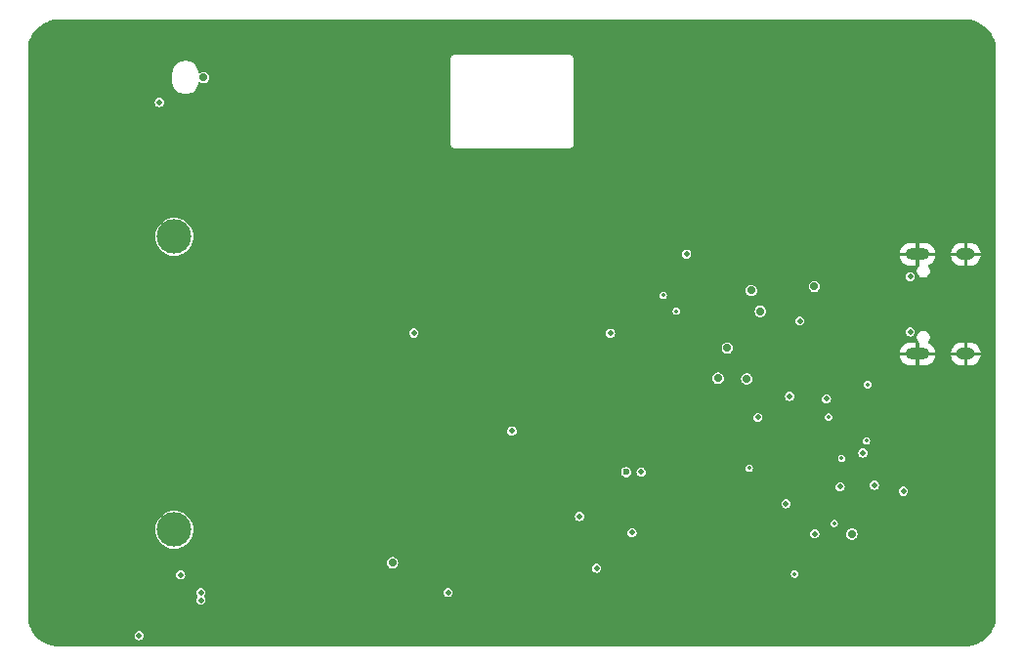
<source format=gbr>
%TF.GenerationSoftware,KiCad,Pcbnew,8.0.9*%
%TF.CreationDate,2025-05-16T14:56:25+01:00*%
%TF.ProjectId,bizcamera,62697a63-616d-4657-9261-2e6b69636164,rev?*%
%TF.SameCoordinates,Original*%
%TF.FileFunction,Copper,L2,Inr*%
%TF.FilePolarity,Positive*%
%FSLAX46Y46*%
G04 Gerber Fmt 4.6, Leading zero omitted, Abs format (unit mm)*
G04 Created by KiCad (PCBNEW 8.0.9) date 2025-05-16 14:56:25*
%MOMM*%
%LPD*%
G01*
G04 APERTURE LIST*
%TA.AperFunction,ComponentPad*%
%ADD10C,0.600000*%
%TD*%
%TA.AperFunction,ComponentPad*%
%ADD11C,3.000000*%
%TD*%
%TA.AperFunction,HeatsinkPad*%
%ADD12O,2.100000X1.000000*%
%TD*%
%TA.AperFunction,HeatsinkPad*%
%ADD13O,1.600000X1.000000*%
%TD*%
%TA.AperFunction,ViaPad*%
%ADD14C,0.500000*%
%TD*%
%TA.AperFunction,ViaPad*%
%ADD15C,0.350000*%
%TD*%
%TA.AperFunction,ViaPad*%
%ADD16C,1.000000*%
%TD*%
%TA.AperFunction,ViaPad*%
%ADD17C,0.600000*%
%TD*%
%TA.AperFunction,ViaPad*%
%ADD18C,0.700000*%
%TD*%
G04 APERTURE END LIST*
D10*
%TO.N,-BATT*%
%TO.C,U1*%
X178285000Y-104742500D03*
X179660000Y-103367500D03*
X179660000Y-106117500D03*
X181035000Y-104742500D03*
%TD*%
D11*
%TO.N,+BATT*%
%TO.C,BT1*%
X124495000Y-84150000D03*
X124495000Y-109550000D03*
%TD*%
D12*
%TO.N,-BATT*%
%TO.C,J3*%
X188895000Y-94320000D03*
D13*
X193075000Y-94320000D03*
D12*
X188895000Y-85680000D03*
D13*
X193075000Y-85680000D03*
%TD*%
D14*
%TO.N,+3V3*%
X126800000Y-115670000D03*
X126790000Y-115020000D03*
X125030000Y-113470000D03*
X121450000Y-118740000D03*
D15*
X184580000Y-96970000D03*
D14*
X153750000Y-101000000D03*
X162280000Y-92510000D03*
X148210000Y-115000000D03*
X177805000Y-97995000D03*
X145250000Y-92500000D03*
D15*
X181187500Y-99792500D03*
D14*
X161080000Y-112900000D03*
X178690000Y-91450000D03*
%TO.N,-BATT*%
X117630000Y-115655000D03*
X186810000Y-91590000D03*
X156110000Y-114230000D03*
X133550000Y-69250000D03*
D15*
X171480000Y-94620000D03*
D16*
X124495000Y-96850000D03*
D17*
X173140600Y-104348934D03*
D14*
X168825000Y-94405000D03*
X135100000Y-67030000D03*
X163100000Y-116090000D03*
X148190000Y-113700000D03*
D17*
X172300000Y-107000000D03*
D14*
X157320000Y-116040000D03*
D15*
X190120000Y-90670000D03*
D14*
X119140000Y-115655000D03*
D17*
X153400000Y-113740000D03*
D14*
X130420000Y-78110000D03*
D17*
X163640000Y-106260000D03*
D15*
X170120000Y-91260000D03*
D14*
X153770000Y-100120000D03*
X138840000Y-115180000D03*
X169013750Y-99066250D03*
D17*
X142660000Y-112160000D03*
D15*
X182147500Y-98842500D03*
X182630000Y-99440000D03*
D14*
X170480000Y-89810000D03*
D18*
X180026250Y-93103750D03*
D14*
%TO.N,+1V8*%
X175060000Y-99820000D03*
X187670000Y-106220000D03*
D18*
X174089502Y-96480000D03*
D15*
X184455000Y-101855000D03*
D14*
X159600000Y-108400000D03*
D18*
X179955993Y-88459579D03*
X143400000Y-112420000D03*
D14*
X164940000Y-104560000D03*
D18*
X183190000Y-109932500D03*
D15*
X182325000Y-103375000D03*
D14*
X177500000Y-107300000D03*
D18*
X175280000Y-90620000D03*
D14*
%TO.N,Net-(U3-~{CS})*%
X168880000Y-85660000D03*
D18*
X171611164Y-96416082D03*
%TO.N,/QSPI_SD0*%
X172415122Y-93794878D03*
X174500000Y-88820000D03*
D15*
%TO.N,Net-(U4-~{CE})*%
X168000000Y-90600000D03*
X166860000Y-89240000D03*
%TO.N,+1V1*%
X174300000Y-104220000D03*
D14*
X180997500Y-98217500D03*
X184170000Y-102900000D03*
X179987498Y-109912500D03*
%TO.N,/XOUT*%
X164160000Y-109810000D03*
D15*
X178247502Y-113392500D03*
D14*
%TO.N,Net-(U1-GPIO25)*%
X185140000Y-105690000D03*
X123200000Y-72500000D03*
%TO.N,+5V*%
X188255000Y-92400000D03*
X188255000Y-87600000D03*
D18*
%TO.N,Net-(D1-A)*%
X127010000Y-70350000D03*
D14*
X182192850Y-105835890D03*
D15*
%TO.N,/XTAL_EN*%
X181660000Y-109020000D03*
D17*
X163640000Y-104560000D03*
%TD*%
%TA.AperFunction,Conductor*%
%TO.N,-BATT*%
G36*
X193001797Y-65300601D02*
G01*
X193100749Y-65306158D01*
X193298656Y-65317272D01*
X193305783Y-65318074D01*
X193597157Y-65367581D01*
X193604138Y-65369174D01*
X193888144Y-65450995D01*
X193894908Y-65453362D01*
X194052657Y-65518704D01*
X194167949Y-65566460D01*
X194174415Y-65569574D01*
X194254348Y-65613750D01*
X194433080Y-65712532D01*
X194439142Y-65716340D01*
X194680181Y-65887367D01*
X194685792Y-65891842D01*
X194906154Y-66088770D01*
X194911229Y-66093845D01*
X195108157Y-66314207D01*
X195112632Y-66319818D01*
X195283654Y-66560850D01*
X195287472Y-66566927D01*
X195430425Y-66825584D01*
X195433539Y-66832050D01*
X195546635Y-67105086D01*
X195549006Y-67111860D01*
X195630823Y-67395852D01*
X195632420Y-67402850D01*
X195681924Y-67694213D01*
X195682727Y-67701344D01*
X195699399Y-67998201D01*
X195699500Y-68001790D01*
X195699500Y-116998209D01*
X195699399Y-117001798D01*
X195682727Y-117298655D01*
X195681924Y-117305786D01*
X195632420Y-117597149D01*
X195630823Y-117604147D01*
X195549006Y-117888139D01*
X195546635Y-117894913D01*
X195433539Y-118167949D01*
X195430425Y-118174415D01*
X195287472Y-118433072D01*
X195283654Y-118439149D01*
X195112632Y-118680181D01*
X195108157Y-118685792D01*
X194911229Y-118906154D01*
X194906154Y-118911229D01*
X194685792Y-119108157D01*
X194680181Y-119112632D01*
X194439149Y-119283654D01*
X194433072Y-119287472D01*
X194174415Y-119430425D01*
X194167949Y-119433539D01*
X193894913Y-119546635D01*
X193888139Y-119549006D01*
X193604147Y-119630823D01*
X193597149Y-119632420D01*
X193305786Y-119681924D01*
X193298655Y-119682727D01*
X193001798Y-119699399D01*
X192998209Y-119699500D01*
X114501791Y-119699500D01*
X114498202Y-119699399D01*
X114201344Y-119682727D01*
X114194213Y-119681924D01*
X113902850Y-119632420D01*
X113895852Y-119630823D01*
X113611860Y-119549006D01*
X113605086Y-119546635D01*
X113332050Y-119433539D01*
X113325584Y-119430425D01*
X113066927Y-119287472D01*
X113060850Y-119283654D01*
X112819818Y-119112632D01*
X112814207Y-119108157D01*
X112593845Y-118911229D01*
X112588770Y-118906154D01*
X112440284Y-118739999D01*
X121044508Y-118739999D01*
X121044508Y-118740000D01*
X121064353Y-118865302D01*
X121064356Y-118865309D01*
X121085168Y-118906154D01*
X121121950Y-118978342D01*
X121211658Y-119068050D01*
X121211660Y-119068051D01*
X121211661Y-119068052D01*
X121324690Y-119125643D01*
X121324696Y-119125646D01*
X121450000Y-119145492D01*
X121575304Y-119125646D01*
X121688338Y-119068052D01*
X121688339Y-119068052D01*
X121688339Y-119068051D01*
X121688342Y-119068050D01*
X121778050Y-118978342D01*
X121835646Y-118865304D01*
X121855492Y-118740000D01*
X121835646Y-118614696D01*
X121778050Y-118501658D01*
X121688342Y-118411950D01*
X121688339Y-118411948D01*
X121688337Y-118411947D01*
X121575309Y-118354356D01*
X121575302Y-118354353D01*
X121450000Y-118334508D01*
X121324697Y-118354353D01*
X121324690Y-118354356D01*
X121211662Y-118411947D01*
X121211660Y-118411948D01*
X121211658Y-118411950D01*
X121121950Y-118501658D01*
X121121948Y-118501660D01*
X121121947Y-118501662D01*
X121064356Y-118614690D01*
X121064353Y-118614697D01*
X121044508Y-118739999D01*
X112440284Y-118739999D01*
X112391842Y-118685792D01*
X112387367Y-118680181D01*
X112216340Y-118439142D01*
X112212532Y-118433080D01*
X112069574Y-118174415D01*
X112066460Y-118167949D01*
X111953364Y-117894913D01*
X111950993Y-117888139D01*
X111869174Y-117604138D01*
X111867581Y-117597157D01*
X111818074Y-117305783D01*
X111817272Y-117298654D01*
X111800601Y-117001797D01*
X111800500Y-116998209D01*
X111800500Y-115019999D01*
X126384508Y-115019999D01*
X126384508Y-115020000D01*
X126404353Y-115145302D01*
X126404356Y-115145309D01*
X126451759Y-115238342D01*
X126461950Y-115258342D01*
X126508353Y-115304745D01*
X126527098Y-115349999D01*
X126508353Y-115395253D01*
X126471952Y-115431654D01*
X126471947Y-115431660D01*
X126414356Y-115544690D01*
X126414353Y-115544697D01*
X126394508Y-115669999D01*
X126394508Y-115670000D01*
X126414353Y-115795302D01*
X126414356Y-115795309D01*
X126471947Y-115908337D01*
X126471950Y-115908342D01*
X126561658Y-115998050D01*
X126561660Y-115998051D01*
X126561661Y-115998052D01*
X126674690Y-116055643D01*
X126674696Y-116055646D01*
X126800000Y-116075492D01*
X126925304Y-116055646D01*
X127038338Y-115998052D01*
X127038339Y-115998052D01*
X127038339Y-115998051D01*
X127038342Y-115998050D01*
X127128050Y-115908342D01*
X127185646Y-115795304D01*
X127205492Y-115670000D01*
X127185646Y-115544696D01*
X127128050Y-115431658D01*
X127128046Y-115431654D01*
X127081646Y-115385253D01*
X127062901Y-115339998D01*
X127081646Y-115294744D01*
X127118050Y-115258342D01*
X127175646Y-115145304D01*
X127195492Y-115020000D01*
X127192324Y-114999999D01*
X147804508Y-114999999D01*
X147804508Y-115000000D01*
X147824353Y-115125302D01*
X147824356Y-115125309D01*
X147834547Y-115145309D01*
X147881950Y-115238342D01*
X147971658Y-115328050D01*
X147971660Y-115328051D01*
X147971661Y-115328052D01*
X148014735Y-115349999D01*
X148084696Y-115385646D01*
X148210000Y-115405492D01*
X148335304Y-115385646D01*
X148448338Y-115328052D01*
X148448339Y-115328052D01*
X148448339Y-115328051D01*
X148448342Y-115328050D01*
X148538050Y-115238342D01*
X148595646Y-115125304D01*
X148615492Y-115000000D01*
X148595646Y-114874696D01*
X148538050Y-114761658D01*
X148448342Y-114671950D01*
X148448339Y-114671948D01*
X148448337Y-114671947D01*
X148335309Y-114614356D01*
X148335302Y-114614353D01*
X148210000Y-114594508D01*
X148084697Y-114614353D01*
X148084690Y-114614356D01*
X147971662Y-114671947D01*
X147971660Y-114671948D01*
X147971658Y-114671950D01*
X147881950Y-114761658D01*
X147881948Y-114761660D01*
X147881947Y-114761662D01*
X147824356Y-114874690D01*
X147824353Y-114874697D01*
X147804508Y-114999999D01*
X127192324Y-114999999D01*
X127175646Y-114894696D01*
X127118050Y-114781658D01*
X127028342Y-114691950D01*
X127028339Y-114691948D01*
X127028337Y-114691947D01*
X126915309Y-114634356D01*
X126915302Y-114634353D01*
X126790000Y-114614508D01*
X126664697Y-114634353D01*
X126664690Y-114634356D01*
X126551662Y-114691947D01*
X126551660Y-114691948D01*
X126551658Y-114691950D01*
X126461950Y-114781658D01*
X126461948Y-114781660D01*
X126461947Y-114781662D01*
X126404356Y-114894690D01*
X126404353Y-114894697D01*
X126384508Y-115019999D01*
X111800500Y-115019999D01*
X111800500Y-113469999D01*
X124624508Y-113469999D01*
X124624508Y-113470000D01*
X124644353Y-113595302D01*
X124644356Y-113595309D01*
X124701947Y-113708337D01*
X124701950Y-113708342D01*
X124791658Y-113798050D01*
X124791660Y-113798051D01*
X124791661Y-113798052D01*
X124904690Y-113855643D01*
X124904696Y-113855646D01*
X125030000Y-113875492D01*
X125155304Y-113855646D01*
X125268338Y-113798052D01*
X125268339Y-113798052D01*
X125268339Y-113798051D01*
X125268342Y-113798050D01*
X125358050Y-113708342D01*
X125415646Y-113595304D01*
X125435492Y-113470000D01*
X125423217Y-113392500D01*
X177916981Y-113392500D01*
X177936914Y-113505545D01*
X177994309Y-113604957D01*
X178082241Y-113678740D01*
X178190108Y-113718000D01*
X178304896Y-113718000D01*
X178412763Y-113678740D01*
X178500696Y-113604955D01*
X178558090Y-113505545D01*
X178578023Y-113392500D01*
X178558090Y-113279455D01*
X178500696Y-113180045D01*
X178500695Y-113180044D01*
X178500694Y-113180042D01*
X178412762Y-113106259D01*
X178304896Y-113067000D01*
X178190108Y-113067000D01*
X178082242Y-113106259D01*
X178082241Y-113106260D01*
X177994309Y-113180042D01*
X177936914Y-113279454D01*
X177916981Y-113392500D01*
X125423217Y-113392500D01*
X125415646Y-113344696D01*
X125358050Y-113231658D01*
X125268342Y-113141950D01*
X125268339Y-113141948D01*
X125268337Y-113141947D01*
X125155309Y-113084356D01*
X125155302Y-113084353D01*
X125030000Y-113064508D01*
X124904697Y-113084353D01*
X124904690Y-113084356D01*
X124791662Y-113141947D01*
X124791660Y-113141948D01*
X124791658Y-113141950D01*
X124701950Y-113231658D01*
X124701948Y-113231660D01*
X124701947Y-113231662D01*
X124644356Y-113344690D01*
X124644353Y-113344697D01*
X124624508Y-113469999D01*
X111800500Y-113469999D01*
X111800500Y-112420000D01*
X142904456Y-112420000D01*
X142924529Y-112559613D01*
X142983119Y-112687906D01*
X142983121Y-112687909D01*
X142983122Y-112687911D01*
X143075488Y-112794507D01*
X143194144Y-112870763D01*
X143329477Y-112910500D01*
X143329479Y-112910500D01*
X143470521Y-112910500D01*
X143470523Y-112910500D01*
X143506286Y-112899999D01*
X160674508Y-112899999D01*
X160674508Y-112900000D01*
X160694353Y-113025302D01*
X160694356Y-113025309D01*
X160735603Y-113106260D01*
X160751950Y-113138342D01*
X160841658Y-113228050D01*
X160841660Y-113228051D01*
X160841661Y-113228052D01*
X160954690Y-113285643D01*
X160954696Y-113285646D01*
X161080000Y-113305492D01*
X161205304Y-113285646D01*
X161318338Y-113228052D01*
X161318339Y-113228052D01*
X161318339Y-113228051D01*
X161318342Y-113228050D01*
X161408050Y-113138342D01*
X161465646Y-113025304D01*
X161485492Y-112900000D01*
X161465646Y-112774696D01*
X161408050Y-112661658D01*
X161318342Y-112571950D01*
X161318339Y-112571948D01*
X161318337Y-112571947D01*
X161205309Y-112514356D01*
X161205302Y-112514353D01*
X161080000Y-112494508D01*
X160954697Y-112514353D01*
X160954690Y-112514356D01*
X160841662Y-112571947D01*
X160841660Y-112571948D01*
X160841658Y-112571950D01*
X160751950Y-112661658D01*
X160751948Y-112661660D01*
X160751947Y-112661662D01*
X160694356Y-112774690D01*
X160694353Y-112774697D01*
X160674508Y-112899999D01*
X143506286Y-112899999D01*
X143605856Y-112870763D01*
X143724512Y-112794507D01*
X143816878Y-112687911D01*
X143875471Y-112559611D01*
X143895544Y-112420000D01*
X143875471Y-112280389D01*
X143816878Y-112152089D01*
X143724512Y-112045493D01*
X143688027Y-112022045D01*
X143605857Y-111969237D01*
X143560745Y-111955991D01*
X143470523Y-111929500D01*
X143329477Y-111929500D01*
X143261810Y-111949368D01*
X143194142Y-111969237D01*
X143075489Y-112045492D01*
X142983123Y-112152087D01*
X142983119Y-112152093D01*
X142924529Y-112280386D01*
X142904456Y-112420000D01*
X111800500Y-112420000D01*
X111800500Y-109550000D01*
X122849427Y-109550000D01*
X122869687Y-109807424D01*
X122869688Y-109807428D01*
X122929967Y-110058513D01*
X123028783Y-110297074D01*
X123028784Y-110297075D01*
X123163703Y-110517244D01*
X123331404Y-110713596D01*
X123527756Y-110881297D01*
X123747925Y-111016216D01*
X123747924Y-111016216D01*
X123986486Y-111115032D01*
X123986489Y-111115032D01*
X123986490Y-111115033D01*
X124237576Y-111175313D01*
X124495000Y-111195573D01*
X124752424Y-111175313D01*
X125003510Y-111115033D01*
X125003511Y-111115032D01*
X125003513Y-111115032D01*
X125091637Y-111078529D01*
X125242075Y-111016216D01*
X125462244Y-110881297D01*
X125658596Y-110713596D01*
X125826297Y-110517244D01*
X125961216Y-110297075D01*
X126027086Y-110138050D01*
X126060032Y-110058513D01*
X126062475Y-110048337D01*
X126119695Y-109809999D01*
X163754508Y-109809999D01*
X163754508Y-109810000D01*
X163774353Y-109935302D01*
X163774356Y-109935309D01*
X163826583Y-110037809D01*
X163831950Y-110048342D01*
X163921658Y-110138050D01*
X163921660Y-110138051D01*
X163921661Y-110138052D01*
X164034690Y-110195643D01*
X164034696Y-110195646D01*
X164160000Y-110215492D01*
X164285304Y-110195646D01*
X164398338Y-110138052D01*
X164398339Y-110138052D01*
X164398339Y-110138051D01*
X164398342Y-110138050D01*
X164488050Y-110048342D01*
X164545646Y-109935304D01*
X164549258Y-109912499D01*
X179582006Y-109912499D01*
X179582006Y-109912500D01*
X179601851Y-110037802D01*
X179601854Y-110037809D01*
X179619332Y-110072111D01*
X179659448Y-110150842D01*
X179749156Y-110240550D01*
X179749158Y-110240551D01*
X179749159Y-110240552D01*
X179860090Y-110297074D01*
X179862194Y-110298146D01*
X179987498Y-110317992D01*
X180112802Y-110298146D01*
X180225836Y-110240552D01*
X180225837Y-110240552D01*
X180225837Y-110240551D01*
X180225840Y-110240550D01*
X180315548Y-110150842D01*
X180373144Y-110037804D01*
X180389822Y-109932500D01*
X182694456Y-109932500D01*
X182714529Y-110072113D01*
X182773119Y-110200406D01*
X182773121Y-110200409D01*
X182773122Y-110200411D01*
X182865488Y-110307007D01*
X182984144Y-110383263D01*
X183119477Y-110423000D01*
X183119479Y-110423000D01*
X183260521Y-110423000D01*
X183260523Y-110423000D01*
X183395856Y-110383263D01*
X183514512Y-110307007D01*
X183606878Y-110200411D01*
X183665471Y-110072111D01*
X183685544Y-109932500D01*
X183665471Y-109792889D01*
X183662868Y-109787190D01*
X183606880Y-109664593D01*
X183606879Y-109664592D01*
X183606878Y-109664589D01*
X183514512Y-109557993D01*
X183466059Y-109526854D01*
X183395857Y-109481737D01*
X183350745Y-109468491D01*
X183260523Y-109442000D01*
X183119477Y-109442000D01*
X183051810Y-109461868D01*
X182984142Y-109481737D01*
X182865489Y-109557992D01*
X182773123Y-109664587D01*
X182773119Y-109664593D01*
X182714529Y-109792886D01*
X182694456Y-109932500D01*
X180389822Y-109932500D01*
X180392990Y-109912500D01*
X180373144Y-109787196D01*
X180315548Y-109674158D01*
X180225840Y-109584450D01*
X180225837Y-109584448D01*
X180225835Y-109584447D01*
X180112807Y-109526856D01*
X180112800Y-109526853D01*
X179987498Y-109507008D01*
X179862195Y-109526853D01*
X179862188Y-109526856D01*
X179749160Y-109584447D01*
X179749158Y-109584448D01*
X179749156Y-109584450D01*
X179659448Y-109674158D01*
X179659446Y-109674160D01*
X179659445Y-109674162D01*
X179601854Y-109787190D01*
X179601851Y-109787197D01*
X179582006Y-109912499D01*
X164549258Y-109912499D01*
X164565492Y-109810000D01*
X164562781Y-109792886D01*
X164545646Y-109684697D01*
X164545643Y-109684690D01*
X164488052Y-109571662D01*
X164488052Y-109571661D01*
X164488051Y-109571660D01*
X164488050Y-109571658D01*
X164398342Y-109481950D01*
X164398339Y-109481948D01*
X164398337Y-109481947D01*
X164285309Y-109424356D01*
X164285302Y-109424353D01*
X164160000Y-109404508D01*
X164034697Y-109424353D01*
X164034690Y-109424356D01*
X163921662Y-109481947D01*
X163921660Y-109481948D01*
X163921658Y-109481950D01*
X163831950Y-109571658D01*
X163831948Y-109571660D01*
X163831947Y-109571662D01*
X163774356Y-109684690D01*
X163774353Y-109684697D01*
X163754508Y-109809999D01*
X126119695Y-109809999D01*
X126120313Y-109807424D01*
X126140573Y-109550000D01*
X126120313Y-109292576D01*
X126060033Y-109041490D01*
X126060032Y-109041489D01*
X126060032Y-109041486D01*
X126051132Y-109020000D01*
X181329479Y-109020000D01*
X181349412Y-109133045D01*
X181406807Y-109232457D01*
X181478449Y-109292571D01*
X181494739Y-109306240D01*
X181602606Y-109345500D01*
X181717394Y-109345500D01*
X181825261Y-109306240D01*
X181913194Y-109232455D01*
X181970588Y-109133045D01*
X181990521Y-109020000D01*
X181970588Y-108906955D01*
X181913194Y-108807545D01*
X181913193Y-108807544D01*
X181913192Y-108807542D01*
X181825260Y-108733759D01*
X181717394Y-108694500D01*
X181602606Y-108694500D01*
X181494740Y-108733759D01*
X181494739Y-108733760D01*
X181406807Y-108807542D01*
X181349412Y-108906954D01*
X181329479Y-109020000D01*
X126051132Y-109020000D01*
X125961216Y-108802925D01*
X125915334Y-108728052D01*
X125826297Y-108582756D01*
X125670207Y-108399999D01*
X159194508Y-108399999D01*
X159194508Y-108400000D01*
X159214353Y-108525302D01*
X159214356Y-108525309D01*
X159243626Y-108582754D01*
X159271950Y-108638342D01*
X159361658Y-108728050D01*
X159361660Y-108728051D01*
X159361661Y-108728052D01*
X159372862Y-108733759D01*
X159474696Y-108785646D01*
X159600000Y-108805492D01*
X159725304Y-108785646D01*
X159838338Y-108728052D01*
X159838339Y-108728052D01*
X159838339Y-108728051D01*
X159838342Y-108728050D01*
X159928050Y-108638342D01*
X159985646Y-108525304D01*
X160005492Y-108400000D01*
X160003338Y-108386403D01*
X159985646Y-108274697D01*
X159985643Y-108274690D01*
X159928052Y-108161662D01*
X159928052Y-108161661D01*
X159928051Y-108161660D01*
X159928050Y-108161658D01*
X159838342Y-108071950D01*
X159838339Y-108071948D01*
X159838337Y-108071947D01*
X159725309Y-108014356D01*
X159725302Y-108014353D01*
X159600000Y-107994508D01*
X159474697Y-108014353D01*
X159474690Y-108014356D01*
X159361662Y-108071947D01*
X159361660Y-108071948D01*
X159361658Y-108071950D01*
X159271950Y-108161658D01*
X159271948Y-108161660D01*
X159271947Y-108161662D01*
X159214356Y-108274690D01*
X159214353Y-108274697D01*
X159194508Y-108399999D01*
X125670207Y-108399999D01*
X125658596Y-108386404D01*
X125462244Y-108218703D01*
X125242075Y-108083784D01*
X125242073Y-108083783D01*
X125242075Y-108083783D01*
X125003513Y-107984967D01*
X124752428Y-107924688D01*
X124752424Y-107924687D01*
X124495000Y-107904427D01*
X124237576Y-107924687D01*
X124237572Y-107924687D01*
X124237571Y-107924688D01*
X123986486Y-107984967D01*
X123747925Y-108083783D01*
X123527756Y-108218703D01*
X123527754Y-108218704D01*
X123331404Y-108386403D01*
X123331403Y-108386404D01*
X123163704Y-108582754D01*
X123163703Y-108582756D01*
X123028783Y-108802925D01*
X122929967Y-109041486D01*
X122884120Y-109232457D01*
X122869687Y-109292576D01*
X122849427Y-109550000D01*
X111800500Y-109550000D01*
X111800500Y-107299999D01*
X177094508Y-107299999D01*
X177094508Y-107300000D01*
X177114353Y-107425302D01*
X177114356Y-107425309D01*
X177171947Y-107538337D01*
X177171950Y-107538342D01*
X177261658Y-107628050D01*
X177261660Y-107628051D01*
X177261661Y-107628052D01*
X177374690Y-107685643D01*
X177374696Y-107685646D01*
X177500000Y-107705492D01*
X177625304Y-107685646D01*
X177738338Y-107628052D01*
X177738339Y-107628052D01*
X177738339Y-107628051D01*
X177738342Y-107628050D01*
X177828050Y-107538342D01*
X177885646Y-107425304D01*
X177905492Y-107300000D01*
X177885646Y-107174696D01*
X177828050Y-107061658D01*
X177738342Y-106971950D01*
X177738339Y-106971948D01*
X177738337Y-106971947D01*
X177625309Y-106914356D01*
X177625302Y-106914353D01*
X177500000Y-106894508D01*
X177374697Y-106914353D01*
X177374690Y-106914356D01*
X177261662Y-106971947D01*
X177261660Y-106971948D01*
X177261658Y-106971950D01*
X177171950Y-107061658D01*
X177171948Y-107061660D01*
X177171947Y-107061662D01*
X177114356Y-107174690D01*
X177114353Y-107174697D01*
X177094508Y-107299999D01*
X111800500Y-107299999D01*
X111800500Y-105835889D01*
X181787358Y-105835889D01*
X181787358Y-105835890D01*
X181807203Y-105961192D01*
X181807206Y-105961199D01*
X181864797Y-106074227D01*
X181864800Y-106074232D01*
X181954508Y-106163940D01*
X181954510Y-106163941D01*
X181954511Y-106163942D01*
X182064529Y-106219999D01*
X182067546Y-106221536D01*
X182192850Y-106241382D01*
X182318154Y-106221536D01*
X182321171Y-106219999D01*
X187264508Y-106219999D01*
X187264508Y-106220000D01*
X187284353Y-106345302D01*
X187284356Y-106345309D01*
X187341947Y-106458337D01*
X187341950Y-106458342D01*
X187431658Y-106548050D01*
X187431660Y-106548051D01*
X187431661Y-106548052D01*
X187544690Y-106605643D01*
X187544696Y-106605646D01*
X187670000Y-106625492D01*
X187795304Y-106605646D01*
X187908338Y-106548052D01*
X187908339Y-106548052D01*
X187908339Y-106548051D01*
X187908342Y-106548050D01*
X187998050Y-106458342D01*
X188055646Y-106345304D01*
X188075492Y-106220000D01*
X188055646Y-106094696D01*
X188045939Y-106075646D01*
X187998052Y-105981662D01*
X187998052Y-105981661D01*
X187998051Y-105981660D01*
X187998050Y-105981658D01*
X187908342Y-105891950D01*
X187908339Y-105891948D01*
X187908337Y-105891947D01*
X187795309Y-105834356D01*
X187795302Y-105834353D01*
X187670000Y-105814508D01*
X187544697Y-105834353D01*
X187544690Y-105834356D01*
X187431662Y-105891947D01*
X187431660Y-105891948D01*
X187431658Y-105891950D01*
X187341950Y-105981658D01*
X187341948Y-105981660D01*
X187341947Y-105981662D01*
X187284356Y-106094690D01*
X187284353Y-106094697D01*
X187264508Y-106219999D01*
X182321171Y-106219999D01*
X182431188Y-106163942D01*
X182431189Y-106163942D01*
X182431189Y-106163941D01*
X182431192Y-106163940D01*
X182520900Y-106074232D01*
X182578496Y-105961194D01*
X182598342Y-105835890D01*
X182594955Y-105814508D01*
X182578496Y-105710587D01*
X182578493Y-105710580D01*
X182568006Y-105689999D01*
X184734508Y-105689999D01*
X184734508Y-105690000D01*
X184754353Y-105815302D01*
X184754356Y-105815309D01*
X184793406Y-105891948D01*
X184811950Y-105928342D01*
X184901658Y-106018050D01*
X184901660Y-106018051D01*
X184901661Y-106018052D01*
X185011911Y-106074227D01*
X185014696Y-106075646D01*
X185140000Y-106095492D01*
X185265304Y-106075646D01*
X185378338Y-106018052D01*
X185378339Y-106018052D01*
X185378339Y-106018051D01*
X185378342Y-106018050D01*
X185468050Y-105928342D01*
X185525646Y-105815304D01*
X185545492Y-105690000D01*
X185525646Y-105564696D01*
X185468050Y-105451658D01*
X185378342Y-105361950D01*
X185378339Y-105361948D01*
X185378337Y-105361947D01*
X185265309Y-105304356D01*
X185265302Y-105304353D01*
X185140000Y-105284508D01*
X185014697Y-105304353D01*
X185014690Y-105304356D01*
X184901662Y-105361947D01*
X184901660Y-105361948D01*
X184901658Y-105361950D01*
X184811950Y-105451658D01*
X184811948Y-105451660D01*
X184811947Y-105451662D01*
X184754356Y-105564690D01*
X184754353Y-105564697D01*
X184734508Y-105689999D01*
X182568006Y-105689999D01*
X182520902Y-105597552D01*
X182520902Y-105597551D01*
X182520901Y-105597550D01*
X182520900Y-105597548D01*
X182431192Y-105507840D01*
X182431189Y-105507838D01*
X182431187Y-105507837D01*
X182318159Y-105450246D01*
X182318152Y-105450243D01*
X182192850Y-105430398D01*
X182067547Y-105450243D01*
X182067540Y-105450246D01*
X181954512Y-105507837D01*
X181954510Y-105507838D01*
X181954508Y-105507840D01*
X181864800Y-105597548D01*
X181864798Y-105597550D01*
X181864797Y-105597552D01*
X181807206Y-105710580D01*
X181807203Y-105710587D01*
X181787358Y-105835889D01*
X111800500Y-105835889D01*
X111800500Y-104560000D01*
X163194970Y-104560000D01*
X163212997Y-104685381D01*
X163265616Y-104800600D01*
X163265618Y-104800604D01*
X163341393Y-104888052D01*
X163348567Y-104896331D01*
X163455128Y-104964814D01*
X163576666Y-105000500D01*
X163576667Y-105000500D01*
X163703333Y-105000500D01*
X163703334Y-105000500D01*
X163824872Y-104964814D01*
X163931433Y-104896331D01*
X163977062Y-104843671D01*
X164014381Y-104800604D01*
X164014383Y-104800600D01*
X164015415Y-104798342D01*
X164067003Y-104685379D01*
X164085030Y-104560000D01*
X164085030Y-104559999D01*
X164534508Y-104559999D01*
X164534508Y-104560000D01*
X164554353Y-104685302D01*
X164554356Y-104685309D01*
X164554392Y-104685379D01*
X164611950Y-104798342D01*
X164701658Y-104888050D01*
X164701660Y-104888051D01*
X164701661Y-104888052D01*
X164814690Y-104945643D01*
X164814696Y-104945646D01*
X164940000Y-104965492D01*
X165065304Y-104945646D01*
X165178338Y-104888052D01*
X165178339Y-104888052D01*
X165178339Y-104888051D01*
X165178342Y-104888050D01*
X165268050Y-104798342D01*
X165325646Y-104685304D01*
X165345492Y-104560000D01*
X165343195Y-104545500D01*
X165325646Y-104434697D01*
X165325643Y-104434690D01*
X165268052Y-104321662D01*
X165268052Y-104321661D01*
X165268051Y-104321660D01*
X165268050Y-104321658D01*
X165178342Y-104231950D01*
X165178339Y-104231948D01*
X165178337Y-104231947D01*
X165154890Y-104220000D01*
X173969479Y-104220000D01*
X173989412Y-104333045D01*
X174046807Y-104432457D01*
X174134739Y-104506240D01*
X174242606Y-104545500D01*
X174357394Y-104545500D01*
X174465261Y-104506240D01*
X174550522Y-104434697D01*
X174553192Y-104432457D01*
X174553192Y-104432456D01*
X174553194Y-104432455D01*
X174610588Y-104333045D01*
X174630521Y-104220000D01*
X174610588Y-104106955D01*
X174553194Y-104007545D01*
X174553193Y-104007544D01*
X174553192Y-104007542D01*
X174465260Y-103933759D01*
X174357394Y-103894500D01*
X174242606Y-103894500D01*
X174134740Y-103933759D01*
X174134739Y-103933760D01*
X174046807Y-104007542D01*
X173989412Y-104106954D01*
X173969479Y-104220000D01*
X165154890Y-104220000D01*
X165065309Y-104174356D01*
X165065302Y-104174353D01*
X164940000Y-104154508D01*
X164814697Y-104174353D01*
X164814690Y-104174356D01*
X164701662Y-104231947D01*
X164701660Y-104231948D01*
X164701658Y-104231950D01*
X164611950Y-104321658D01*
X164611948Y-104321660D01*
X164611947Y-104321662D01*
X164554356Y-104434690D01*
X164554353Y-104434697D01*
X164534508Y-104559999D01*
X164085030Y-104559999D01*
X164067003Y-104434621D01*
X164014383Y-104319399D01*
X164014381Y-104319395D01*
X163931434Y-104223670D01*
X163931432Y-104223668D01*
X163824872Y-104155186D01*
X163822563Y-104154508D01*
X163703334Y-104119500D01*
X163576666Y-104119500D01*
X163455128Y-104155186D01*
X163455126Y-104155186D01*
X163348567Y-104223668D01*
X163348565Y-104223670D01*
X163265618Y-104319395D01*
X163265616Y-104319399D01*
X163212997Y-104434618D01*
X163194970Y-104560000D01*
X111800500Y-104560000D01*
X111800500Y-103375000D01*
X181994479Y-103375000D01*
X182014412Y-103488045D01*
X182071807Y-103587457D01*
X182159739Y-103661240D01*
X182267606Y-103700500D01*
X182382394Y-103700500D01*
X182490261Y-103661240D01*
X182578194Y-103587455D01*
X182635588Y-103488045D01*
X182655521Y-103375000D01*
X182635588Y-103261955D01*
X182578194Y-103162545D01*
X182578193Y-103162544D01*
X182578192Y-103162542D01*
X182490260Y-103088759D01*
X182382394Y-103049500D01*
X182267606Y-103049500D01*
X182159740Y-103088759D01*
X182159739Y-103088760D01*
X182071807Y-103162542D01*
X182014412Y-103261954D01*
X181994479Y-103375000D01*
X111800500Y-103375000D01*
X111800500Y-102899999D01*
X183764508Y-102899999D01*
X183764508Y-102900000D01*
X183784353Y-103025302D01*
X183784356Y-103025309D01*
X183841947Y-103138337D01*
X183841950Y-103138342D01*
X183931658Y-103228050D01*
X183931660Y-103228051D01*
X183931661Y-103228052D01*
X183998198Y-103261954D01*
X184044696Y-103285646D01*
X184170000Y-103305492D01*
X184295304Y-103285646D01*
X184408338Y-103228052D01*
X184408339Y-103228052D01*
X184408339Y-103228051D01*
X184408342Y-103228050D01*
X184498050Y-103138342D01*
X184555646Y-103025304D01*
X184575492Y-102900000D01*
X184555646Y-102774696D01*
X184498050Y-102661658D01*
X184408342Y-102571950D01*
X184408339Y-102571948D01*
X184408337Y-102571947D01*
X184295309Y-102514356D01*
X184295302Y-102514353D01*
X184170000Y-102494508D01*
X184044697Y-102514353D01*
X184044690Y-102514356D01*
X183931662Y-102571947D01*
X183931660Y-102571948D01*
X183931658Y-102571950D01*
X183841950Y-102661658D01*
X183841948Y-102661660D01*
X183841947Y-102661662D01*
X183784356Y-102774690D01*
X183784353Y-102774697D01*
X183764508Y-102899999D01*
X111800500Y-102899999D01*
X111800500Y-101855000D01*
X184124479Y-101855000D01*
X184144412Y-101968045D01*
X184201807Y-102067457D01*
X184289739Y-102141240D01*
X184397606Y-102180500D01*
X184512394Y-102180500D01*
X184620261Y-102141240D01*
X184708194Y-102067455D01*
X184765588Y-101968045D01*
X184785521Y-101855000D01*
X184765588Y-101741955D01*
X184708194Y-101642545D01*
X184708193Y-101642544D01*
X184708192Y-101642542D01*
X184620260Y-101568759D01*
X184512394Y-101529500D01*
X184397606Y-101529500D01*
X184289740Y-101568759D01*
X184289739Y-101568760D01*
X184201807Y-101642542D01*
X184144412Y-101741954D01*
X184124479Y-101855000D01*
X111800500Y-101855000D01*
X111800500Y-100999999D01*
X153344508Y-100999999D01*
X153344508Y-101000000D01*
X153364353Y-101125302D01*
X153364356Y-101125309D01*
X153421947Y-101238337D01*
X153421950Y-101238342D01*
X153511658Y-101328050D01*
X153511660Y-101328051D01*
X153511661Y-101328052D01*
X153624690Y-101385643D01*
X153624696Y-101385646D01*
X153750000Y-101405492D01*
X153875304Y-101385646D01*
X153988338Y-101328052D01*
X153988339Y-101328052D01*
X153988339Y-101328051D01*
X153988342Y-101328050D01*
X154078050Y-101238342D01*
X154135646Y-101125304D01*
X154155492Y-101000000D01*
X154135646Y-100874696D01*
X154078050Y-100761658D01*
X153988342Y-100671950D01*
X153988339Y-100671948D01*
X153988337Y-100671947D01*
X153875309Y-100614356D01*
X153875302Y-100614353D01*
X153750000Y-100594508D01*
X153624697Y-100614353D01*
X153624690Y-100614356D01*
X153511662Y-100671947D01*
X153511660Y-100671948D01*
X153511658Y-100671950D01*
X153421950Y-100761658D01*
X153421948Y-100761660D01*
X153421947Y-100761662D01*
X153364356Y-100874690D01*
X153364353Y-100874697D01*
X153344508Y-100999999D01*
X111800500Y-100999999D01*
X111800500Y-99819999D01*
X174654508Y-99819999D01*
X174654508Y-99820000D01*
X174674353Y-99945302D01*
X174674356Y-99945309D01*
X174731947Y-100058337D01*
X174731950Y-100058342D01*
X174821658Y-100148050D01*
X174821660Y-100148051D01*
X174821661Y-100148052D01*
X174934690Y-100205643D01*
X174934696Y-100205646D01*
X175060000Y-100225492D01*
X175185304Y-100205646D01*
X175298338Y-100148052D01*
X175298339Y-100148052D01*
X175298339Y-100148051D01*
X175298342Y-100148050D01*
X175388050Y-100058342D01*
X175445646Y-99945304D01*
X175465492Y-99820000D01*
X175461136Y-99792500D01*
X180856979Y-99792500D01*
X180876912Y-99905545D01*
X180934307Y-100004957D01*
X181022239Y-100078740D01*
X181130106Y-100118000D01*
X181244894Y-100118000D01*
X181352761Y-100078740D01*
X181440694Y-100004955D01*
X181498088Y-99905545D01*
X181518021Y-99792500D01*
X181498088Y-99679455D01*
X181440694Y-99580045D01*
X181440693Y-99580044D01*
X181440692Y-99580042D01*
X181352760Y-99506259D01*
X181244894Y-99467000D01*
X181130106Y-99467000D01*
X181022240Y-99506259D01*
X181022239Y-99506260D01*
X180934307Y-99580042D01*
X180876912Y-99679454D01*
X180856979Y-99792500D01*
X175461136Y-99792500D01*
X175445646Y-99694697D01*
X175445643Y-99694690D01*
X175388052Y-99581662D01*
X175388052Y-99581661D01*
X175388051Y-99581660D01*
X175388050Y-99581658D01*
X175298342Y-99491950D01*
X175298339Y-99491948D01*
X175298337Y-99491947D01*
X175185309Y-99434356D01*
X175185302Y-99434353D01*
X175060000Y-99414508D01*
X174934697Y-99434353D01*
X174934690Y-99434356D01*
X174821662Y-99491947D01*
X174821660Y-99491948D01*
X174821658Y-99491950D01*
X174731950Y-99581658D01*
X174731948Y-99581660D01*
X174731947Y-99581662D01*
X174674356Y-99694690D01*
X174674353Y-99694697D01*
X174654508Y-99819999D01*
X111800500Y-99819999D01*
X111800500Y-97994999D01*
X177399508Y-97994999D01*
X177399508Y-97995000D01*
X177419353Y-98120302D01*
X177419356Y-98120309D01*
X177468878Y-98217500D01*
X177476950Y-98233342D01*
X177566658Y-98323050D01*
X177566660Y-98323051D01*
X177566661Y-98323052D01*
X177679690Y-98380643D01*
X177679696Y-98380646D01*
X177805000Y-98400492D01*
X177930304Y-98380646D01*
X178043338Y-98323052D01*
X178043339Y-98323052D01*
X178043339Y-98323051D01*
X178043342Y-98323050D01*
X178133050Y-98233342D01*
X178141122Y-98217499D01*
X180592008Y-98217499D01*
X180592008Y-98217500D01*
X180611853Y-98342802D01*
X180611856Y-98342809D01*
X180669447Y-98455837D01*
X180669450Y-98455842D01*
X180759158Y-98545550D01*
X180759160Y-98545551D01*
X180759161Y-98545552D01*
X180872190Y-98603143D01*
X180872196Y-98603146D01*
X180997500Y-98622992D01*
X181122804Y-98603146D01*
X181235838Y-98545552D01*
X181235839Y-98545552D01*
X181235839Y-98545551D01*
X181235842Y-98545550D01*
X181325550Y-98455842D01*
X181383146Y-98342804D01*
X181402992Y-98217500D01*
X181383146Y-98092196D01*
X181325550Y-97979158D01*
X181235842Y-97889450D01*
X181235839Y-97889448D01*
X181235837Y-97889447D01*
X181122809Y-97831856D01*
X181122802Y-97831853D01*
X180997500Y-97812008D01*
X180872197Y-97831853D01*
X180872190Y-97831856D01*
X180759162Y-97889447D01*
X180759160Y-97889448D01*
X180759158Y-97889450D01*
X180669450Y-97979158D01*
X180669448Y-97979160D01*
X180669447Y-97979162D01*
X180611856Y-98092190D01*
X180611853Y-98092197D01*
X180592008Y-98217499D01*
X178141122Y-98217499D01*
X178190646Y-98120304D01*
X178210492Y-97995000D01*
X178190646Y-97869696D01*
X178133050Y-97756658D01*
X178043342Y-97666950D01*
X178043339Y-97666948D01*
X178043337Y-97666947D01*
X177930309Y-97609356D01*
X177930302Y-97609353D01*
X177805000Y-97589508D01*
X177679697Y-97609353D01*
X177679690Y-97609356D01*
X177566662Y-97666947D01*
X177566660Y-97666948D01*
X177566658Y-97666950D01*
X177476950Y-97756658D01*
X177476948Y-97756660D01*
X177476947Y-97756662D01*
X177419356Y-97869690D01*
X177419353Y-97869697D01*
X177399508Y-97994999D01*
X111800500Y-97994999D01*
X111800500Y-96416082D01*
X171115620Y-96416082D01*
X171135693Y-96555695D01*
X171194283Y-96683988D01*
X171194285Y-96683991D01*
X171194286Y-96683993D01*
X171286652Y-96790589D01*
X171405308Y-96866845D01*
X171540641Y-96906582D01*
X171540643Y-96906582D01*
X171681685Y-96906582D01*
X171681687Y-96906582D01*
X171817020Y-96866845D01*
X171935676Y-96790589D01*
X172028042Y-96683993D01*
X172086635Y-96555693D01*
X172097518Y-96480000D01*
X173593958Y-96480000D01*
X173614031Y-96619613D01*
X173672621Y-96747906D01*
X173672623Y-96747909D01*
X173672624Y-96747911D01*
X173764990Y-96854507D01*
X173883646Y-96930763D01*
X174018979Y-96970500D01*
X174018981Y-96970500D01*
X174160023Y-96970500D01*
X174160025Y-96970500D01*
X174161728Y-96970000D01*
X184249479Y-96970000D01*
X184269412Y-97083045D01*
X184326807Y-97182457D01*
X184414739Y-97256240D01*
X184522606Y-97295500D01*
X184637394Y-97295500D01*
X184745261Y-97256240D01*
X184833194Y-97182455D01*
X184890588Y-97083045D01*
X184910521Y-96970000D01*
X184890588Y-96856955D01*
X184833194Y-96757545D01*
X184833193Y-96757544D01*
X184833192Y-96757542D01*
X184745260Y-96683759D01*
X184637394Y-96644500D01*
X184522606Y-96644500D01*
X184414740Y-96683759D01*
X184414739Y-96683760D01*
X184326807Y-96757542D01*
X184269412Y-96856954D01*
X184249479Y-96970000D01*
X174161728Y-96970000D01*
X174295358Y-96930763D01*
X174414014Y-96854507D01*
X174506380Y-96747911D01*
X174564973Y-96619611D01*
X174585046Y-96480000D01*
X174564973Y-96340389D01*
X174535782Y-96276471D01*
X174506382Y-96212093D01*
X174506381Y-96212092D01*
X174506380Y-96212089D01*
X174414014Y-96105493D01*
X174377529Y-96082045D01*
X174295359Y-96029237D01*
X174250247Y-96015991D01*
X174160025Y-95989500D01*
X174018979Y-95989500D01*
X173951312Y-96009368D01*
X173883644Y-96029237D01*
X173764991Y-96105492D01*
X173672625Y-96212087D01*
X173672621Y-96212093D01*
X173614031Y-96340386D01*
X173593958Y-96480000D01*
X172097518Y-96480000D01*
X172106708Y-96416082D01*
X172086635Y-96276471D01*
X172057234Y-96212093D01*
X172028044Y-96148175D01*
X172028043Y-96148174D01*
X172028042Y-96148171D01*
X171935676Y-96041575D01*
X171899191Y-96018127D01*
X171817021Y-95965319D01*
X171771909Y-95952073D01*
X171681687Y-95925582D01*
X171540641Y-95925582D01*
X171472974Y-95945450D01*
X171405306Y-95965319D01*
X171286653Y-96041574D01*
X171194287Y-96148169D01*
X171194283Y-96148175D01*
X171135693Y-96276468D01*
X171115620Y-96416082D01*
X111800500Y-96416082D01*
X111800500Y-93794878D01*
X171919578Y-93794878D01*
X171939651Y-93934491D01*
X171998241Y-94062784D01*
X171998243Y-94062787D01*
X171998244Y-94062789D01*
X172090610Y-94169385D01*
X172209266Y-94245641D01*
X172344599Y-94285378D01*
X172344601Y-94285378D01*
X172485643Y-94285378D01*
X172485645Y-94285378D01*
X172620978Y-94245641D01*
X172738679Y-94169999D01*
X187355246Y-94169999D01*
X187355246Y-94170000D01*
X188085192Y-94170000D01*
X188065444Y-94204204D01*
X188045000Y-94280504D01*
X188045000Y-94359496D01*
X188065444Y-94435796D01*
X188085192Y-94470000D01*
X187355246Y-94470000D01*
X187383427Y-94611685D01*
X187383430Y-94611695D01*
X187458810Y-94793675D01*
X187458811Y-94793678D01*
X187568250Y-94957464D01*
X187707535Y-95096749D01*
X187871321Y-95206188D01*
X187871324Y-95206189D01*
X188053304Y-95281569D01*
X188053313Y-95281571D01*
X188246506Y-95320000D01*
X188745000Y-95320000D01*
X188745000Y-94620000D01*
X189045000Y-94620000D01*
X189045000Y-95320000D01*
X189543494Y-95320000D01*
X189736686Y-95281571D01*
X189736695Y-95281569D01*
X189918675Y-95206189D01*
X189918678Y-95206188D01*
X190082464Y-95096749D01*
X190221749Y-94957464D01*
X190331188Y-94793678D01*
X190331189Y-94793675D01*
X190406569Y-94611695D01*
X190406572Y-94611685D01*
X190434754Y-94470000D01*
X189704808Y-94470000D01*
X189724556Y-94435796D01*
X189745000Y-94359496D01*
X189745000Y-94280504D01*
X189724556Y-94204204D01*
X189704808Y-94170000D01*
X190434754Y-94170000D01*
X190434753Y-94169999D01*
X191785246Y-94169999D01*
X191785246Y-94170000D01*
X192515192Y-94170000D01*
X192495444Y-94204204D01*
X192475000Y-94280504D01*
X192475000Y-94359496D01*
X192495444Y-94435796D01*
X192515192Y-94470000D01*
X191785246Y-94470000D01*
X191813427Y-94611685D01*
X191813430Y-94611695D01*
X191888810Y-94793675D01*
X191888811Y-94793678D01*
X191998250Y-94957464D01*
X192137535Y-95096749D01*
X192301321Y-95206188D01*
X192301324Y-95206189D01*
X192483304Y-95281569D01*
X192483313Y-95281571D01*
X192676506Y-95320000D01*
X192925000Y-95320000D01*
X192925000Y-94620000D01*
X193225000Y-94620000D01*
X193225000Y-95320000D01*
X193473494Y-95320000D01*
X193666686Y-95281571D01*
X193666695Y-95281569D01*
X193848675Y-95206189D01*
X193848678Y-95206188D01*
X194012464Y-95096749D01*
X194151749Y-94957464D01*
X194261188Y-94793678D01*
X194261189Y-94793675D01*
X194336569Y-94611695D01*
X194336572Y-94611685D01*
X194364754Y-94470000D01*
X193634808Y-94470000D01*
X193654556Y-94435796D01*
X193675000Y-94359496D01*
X193675000Y-94280504D01*
X193654556Y-94204204D01*
X193634808Y-94170000D01*
X194364754Y-94170000D01*
X194364753Y-94169999D01*
X194336572Y-94028314D01*
X194336569Y-94028304D01*
X194261189Y-93846324D01*
X194261188Y-93846321D01*
X194151749Y-93682535D01*
X194012464Y-93543250D01*
X193848678Y-93433811D01*
X193848675Y-93433810D01*
X193666695Y-93358430D01*
X193666686Y-93358428D01*
X193473494Y-93320000D01*
X193225000Y-93320000D01*
X193225000Y-94020000D01*
X192925000Y-94020000D01*
X192925000Y-93320000D01*
X192676506Y-93320000D01*
X192483313Y-93358428D01*
X192483304Y-93358430D01*
X192301324Y-93433810D01*
X192301321Y-93433811D01*
X192137535Y-93543250D01*
X191998250Y-93682535D01*
X191888811Y-93846321D01*
X191888810Y-93846324D01*
X191813430Y-94028304D01*
X191813427Y-94028314D01*
X191785246Y-94169999D01*
X190434753Y-94169999D01*
X190406572Y-94028314D01*
X190406569Y-94028304D01*
X190331189Y-93846324D01*
X190331188Y-93846321D01*
X190221749Y-93682535D01*
X190082464Y-93543250D01*
X189918678Y-93433811D01*
X189918675Y-93433810D01*
X189827840Y-93396184D01*
X189793204Y-93361547D01*
X189793204Y-93312564D01*
X189807073Y-93291806D01*
X189855515Y-93243365D01*
X189931281Y-93112135D01*
X189970500Y-92965766D01*
X189970500Y-92814234D01*
X189970500Y-92814232D01*
X189931282Y-92667869D01*
X189931282Y-92667868D01*
X189931281Y-92667867D01*
X189931281Y-92667865D01*
X189855515Y-92536635D01*
X189748365Y-92429485D01*
X189617135Y-92353719D01*
X189617133Y-92353718D01*
X189617131Y-92353717D01*
X189470767Y-92314500D01*
X189470766Y-92314500D01*
X189319234Y-92314500D01*
X189319233Y-92314500D01*
X189172869Y-92353717D01*
X189172868Y-92353717D01*
X189041633Y-92429486D01*
X188934486Y-92536633D01*
X188858717Y-92667868D01*
X188858717Y-92667869D01*
X188819500Y-92814232D01*
X188819500Y-92965767D01*
X188858717Y-93112130D01*
X188858717Y-93112131D01*
X188934486Y-93243366D01*
X189026255Y-93335135D01*
X189045000Y-93380390D01*
X189045000Y-94020000D01*
X188745000Y-94020000D01*
X188745000Y-93320000D01*
X188246506Y-93320000D01*
X188053313Y-93358428D01*
X188053304Y-93358430D01*
X187871324Y-93433810D01*
X187871321Y-93433811D01*
X187707535Y-93543250D01*
X187568250Y-93682535D01*
X187458811Y-93846321D01*
X187458810Y-93846324D01*
X187383430Y-94028304D01*
X187383427Y-94028314D01*
X187355246Y-94169999D01*
X172738679Y-94169999D01*
X172739634Y-94169385D01*
X172832000Y-94062789D01*
X172890593Y-93934489D01*
X172910666Y-93794878D01*
X172890593Y-93655267D01*
X172832000Y-93526967D01*
X172739634Y-93420371D01*
X172648103Y-93361547D01*
X172620979Y-93344115D01*
X172575867Y-93330869D01*
X172485645Y-93304378D01*
X172344599Y-93304378D01*
X172291395Y-93320000D01*
X172209264Y-93344115D01*
X172090611Y-93420370D01*
X171998245Y-93526965D01*
X171998241Y-93526971D01*
X171939651Y-93655264D01*
X171919578Y-93794878D01*
X111800500Y-93794878D01*
X111800500Y-92499999D01*
X144844508Y-92499999D01*
X144844508Y-92500000D01*
X144864353Y-92625302D01*
X144864356Y-92625309D01*
X144921947Y-92738337D01*
X144921950Y-92738342D01*
X145011658Y-92828050D01*
X145011660Y-92828051D01*
X145011661Y-92828052D01*
X145124690Y-92885643D01*
X145124696Y-92885646D01*
X145250000Y-92905492D01*
X145375304Y-92885646D01*
X145488338Y-92828052D01*
X145488339Y-92828052D01*
X145488339Y-92828051D01*
X145488342Y-92828050D01*
X145578050Y-92738342D01*
X145635646Y-92625304D01*
X145653908Y-92509999D01*
X161874508Y-92509999D01*
X161874508Y-92510000D01*
X161894353Y-92635302D01*
X161894356Y-92635309D01*
X161951947Y-92748337D01*
X161951950Y-92748342D01*
X162041658Y-92838050D01*
X162041660Y-92838051D01*
X162041661Y-92838052D01*
X162135064Y-92885643D01*
X162154696Y-92895646D01*
X162280000Y-92915492D01*
X162405304Y-92895646D01*
X162518338Y-92838052D01*
X162518339Y-92838052D01*
X162518339Y-92838051D01*
X162518342Y-92838050D01*
X162608050Y-92748342D01*
X162665646Y-92635304D01*
X162685492Y-92510000D01*
X162668070Y-92399999D01*
X187849508Y-92399999D01*
X187849508Y-92400000D01*
X187869353Y-92525302D01*
X187869356Y-92525309D01*
X187926947Y-92638337D01*
X187926950Y-92638342D01*
X188016658Y-92728050D01*
X188016660Y-92728051D01*
X188016661Y-92728052D01*
X188129690Y-92785643D01*
X188129696Y-92785646D01*
X188255000Y-92805492D01*
X188380304Y-92785646D01*
X188493338Y-92728052D01*
X188493339Y-92728052D01*
X188493339Y-92728051D01*
X188493342Y-92728050D01*
X188583050Y-92638342D01*
X188640646Y-92525304D01*
X188660492Y-92400000D01*
X188656484Y-92374697D01*
X188640646Y-92274697D01*
X188640643Y-92274690D01*
X188583052Y-92161662D01*
X188583052Y-92161661D01*
X188583051Y-92161660D01*
X188583050Y-92161658D01*
X188493342Y-92071950D01*
X188493339Y-92071948D01*
X188493337Y-92071947D01*
X188380309Y-92014356D01*
X188380302Y-92014353D01*
X188255000Y-91994508D01*
X188129697Y-92014353D01*
X188129690Y-92014356D01*
X188016662Y-92071947D01*
X188016660Y-92071948D01*
X188016658Y-92071950D01*
X187926950Y-92161658D01*
X187926948Y-92161660D01*
X187926947Y-92161662D01*
X187869356Y-92274690D01*
X187869353Y-92274697D01*
X187849508Y-92399999D01*
X162668070Y-92399999D01*
X162665646Y-92384696D01*
X162608050Y-92271658D01*
X162518342Y-92181950D01*
X162518339Y-92181948D01*
X162518337Y-92181947D01*
X162405309Y-92124356D01*
X162405302Y-92124353D01*
X162280000Y-92104508D01*
X162154697Y-92124353D01*
X162154690Y-92124356D01*
X162041662Y-92181947D01*
X162041660Y-92181948D01*
X162041658Y-92181950D01*
X161951950Y-92271658D01*
X161951948Y-92271660D01*
X161951947Y-92271662D01*
X161894356Y-92384690D01*
X161894353Y-92384697D01*
X161874508Y-92509999D01*
X145653908Y-92509999D01*
X145655492Y-92500000D01*
X145635646Y-92374696D01*
X145578050Y-92261658D01*
X145488342Y-92171950D01*
X145488339Y-92171948D01*
X145488337Y-92171947D01*
X145375309Y-92114356D01*
X145375302Y-92114353D01*
X145250000Y-92094508D01*
X145124697Y-92114353D01*
X145124690Y-92114356D01*
X145011662Y-92171947D01*
X145011660Y-92171948D01*
X145011658Y-92171950D01*
X144921950Y-92261658D01*
X144921948Y-92261660D01*
X144921947Y-92261662D01*
X144864356Y-92374690D01*
X144864353Y-92374697D01*
X144844508Y-92499999D01*
X111800500Y-92499999D01*
X111800500Y-91449999D01*
X178284508Y-91449999D01*
X178284508Y-91450000D01*
X178304353Y-91575302D01*
X178304356Y-91575309D01*
X178361947Y-91688337D01*
X178361950Y-91688342D01*
X178451658Y-91778050D01*
X178451660Y-91778051D01*
X178451661Y-91778052D01*
X178564690Y-91835643D01*
X178564696Y-91835646D01*
X178690000Y-91855492D01*
X178815304Y-91835646D01*
X178928338Y-91778052D01*
X178928339Y-91778052D01*
X178928339Y-91778051D01*
X178928342Y-91778050D01*
X179018050Y-91688342D01*
X179075646Y-91575304D01*
X179095492Y-91450000D01*
X179075646Y-91324696D01*
X179018050Y-91211658D01*
X178928342Y-91121950D01*
X178928339Y-91121948D01*
X178928337Y-91121947D01*
X178815309Y-91064356D01*
X178815302Y-91064353D01*
X178690000Y-91044508D01*
X178564697Y-91064353D01*
X178564690Y-91064356D01*
X178451662Y-91121947D01*
X178451660Y-91121948D01*
X178451658Y-91121950D01*
X178361950Y-91211658D01*
X178361948Y-91211660D01*
X178361947Y-91211662D01*
X178304356Y-91324690D01*
X178304353Y-91324697D01*
X178284508Y-91449999D01*
X111800500Y-91449999D01*
X111800500Y-90600000D01*
X167669479Y-90600000D01*
X167689412Y-90713045D01*
X167746807Y-90812457D01*
X167834739Y-90886240D01*
X167942606Y-90925500D01*
X168057394Y-90925500D01*
X168165261Y-90886240D01*
X168253194Y-90812455D01*
X168310588Y-90713045D01*
X168326994Y-90620000D01*
X174784456Y-90620000D01*
X174804529Y-90759613D01*
X174863119Y-90887906D01*
X174863121Y-90887909D01*
X174863122Y-90887911D01*
X174955488Y-90994507D01*
X175033291Y-91044508D01*
X175064174Y-91064356D01*
X175074144Y-91070763D01*
X175209477Y-91110500D01*
X175209479Y-91110500D01*
X175350521Y-91110500D01*
X175350523Y-91110500D01*
X175485856Y-91070763D01*
X175604512Y-90994507D01*
X175696878Y-90887911D01*
X175755471Y-90759611D01*
X175775544Y-90620000D01*
X175755471Y-90480389D01*
X175713070Y-90387545D01*
X175696880Y-90352093D01*
X175696879Y-90352092D01*
X175696878Y-90352089D01*
X175604512Y-90245493D01*
X175568027Y-90222045D01*
X175485857Y-90169237D01*
X175440745Y-90155991D01*
X175350523Y-90129500D01*
X175209477Y-90129500D01*
X175141810Y-90149368D01*
X175074142Y-90169237D01*
X174955489Y-90245492D01*
X174863123Y-90352087D01*
X174863119Y-90352093D01*
X174804529Y-90480386D01*
X174784456Y-90620000D01*
X168326994Y-90620000D01*
X168330521Y-90600000D01*
X168310588Y-90486955D01*
X168253194Y-90387545D01*
X168253193Y-90387544D01*
X168253192Y-90387542D01*
X168165260Y-90313759D01*
X168057394Y-90274500D01*
X167942606Y-90274500D01*
X167834740Y-90313759D01*
X167834739Y-90313760D01*
X167746807Y-90387542D01*
X167689412Y-90486954D01*
X167669479Y-90600000D01*
X111800500Y-90600000D01*
X111800500Y-89240000D01*
X166529479Y-89240000D01*
X166549412Y-89353045D01*
X166606807Y-89452457D01*
X166694739Y-89526240D01*
X166802606Y-89565500D01*
X166917394Y-89565500D01*
X167025261Y-89526240D01*
X167113194Y-89452455D01*
X167170588Y-89353045D01*
X167190521Y-89240000D01*
X167170588Y-89126955D01*
X167113194Y-89027545D01*
X167113193Y-89027544D01*
X167113192Y-89027542D01*
X167025260Y-88953759D01*
X166917394Y-88914500D01*
X166802606Y-88914500D01*
X166694740Y-88953759D01*
X166694739Y-88953760D01*
X166606807Y-89027542D01*
X166549412Y-89126954D01*
X166529479Y-89240000D01*
X111800500Y-89240000D01*
X111800500Y-88820000D01*
X174004456Y-88820000D01*
X174024529Y-88959613D01*
X174083119Y-89087906D01*
X174083121Y-89087909D01*
X174083122Y-89087911D01*
X174175488Y-89194507D01*
X174294144Y-89270763D01*
X174429477Y-89310500D01*
X174429479Y-89310500D01*
X174570521Y-89310500D01*
X174570523Y-89310500D01*
X174705856Y-89270763D01*
X174824512Y-89194507D01*
X174916878Y-89087911D01*
X174975471Y-88959611D01*
X174995544Y-88820000D01*
X174975471Y-88680389D01*
X174938389Y-88599192D01*
X174916880Y-88552093D01*
X174916879Y-88552092D01*
X174916878Y-88552089D01*
X174836718Y-88459579D01*
X179460449Y-88459579D01*
X179480522Y-88599192D01*
X179539112Y-88727485D01*
X179539114Y-88727488D01*
X179539115Y-88727490D01*
X179631481Y-88834086D01*
X179750137Y-88910342D01*
X179885470Y-88950079D01*
X179885472Y-88950079D01*
X180026514Y-88950079D01*
X180026516Y-88950079D01*
X180161849Y-88910342D01*
X180280505Y-88834086D01*
X180372871Y-88727490D01*
X180431464Y-88599190D01*
X180451537Y-88459579D01*
X180431464Y-88319968D01*
X180372871Y-88191668D01*
X180280505Y-88085072D01*
X180244020Y-88061624D01*
X180161850Y-88008816D01*
X180116738Y-87995570D01*
X180026516Y-87969079D01*
X179885470Y-87969079D01*
X179817803Y-87988947D01*
X179750135Y-88008816D01*
X179631482Y-88085071D01*
X179539116Y-88191666D01*
X179539112Y-88191672D01*
X179480522Y-88319965D01*
X179460449Y-88459579D01*
X174836718Y-88459579D01*
X174824512Y-88445493D01*
X174788027Y-88422045D01*
X174705857Y-88369237D01*
X174660745Y-88355991D01*
X174570523Y-88329500D01*
X174429477Y-88329500D01*
X174361810Y-88349368D01*
X174294142Y-88369237D01*
X174175489Y-88445492D01*
X174083123Y-88552087D01*
X174083119Y-88552093D01*
X174024529Y-88680386D01*
X174004456Y-88820000D01*
X111800500Y-88820000D01*
X111800500Y-87599999D01*
X187849508Y-87599999D01*
X187849508Y-87600000D01*
X187869353Y-87725302D01*
X187869356Y-87725309D01*
X187926947Y-87838337D01*
X187926950Y-87838342D01*
X188016658Y-87928050D01*
X188016660Y-87928051D01*
X188016661Y-87928052D01*
X188129690Y-87985643D01*
X188129696Y-87985646D01*
X188255000Y-88005492D01*
X188380304Y-87985646D01*
X188493338Y-87928052D01*
X188493339Y-87928052D01*
X188493339Y-87928051D01*
X188493342Y-87928050D01*
X188583050Y-87838342D01*
X188640646Y-87725304D01*
X188660492Y-87600000D01*
X188640646Y-87474696D01*
X188583050Y-87361658D01*
X188493342Y-87271950D01*
X188493339Y-87271948D01*
X188493337Y-87271947D01*
X188380309Y-87214356D01*
X188380302Y-87214353D01*
X188255000Y-87194508D01*
X188129697Y-87214353D01*
X188129690Y-87214356D01*
X188016662Y-87271947D01*
X188016660Y-87271948D01*
X188016658Y-87271950D01*
X187926950Y-87361658D01*
X187926948Y-87361660D01*
X187926947Y-87361662D01*
X187869356Y-87474690D01*
X187869353Y-87474697D01*
X187849508Y-87599999D01*
X111800500Y-87599999D01*
X111800500Y-84150000D01*
X122849427Y-84150000D01*
X122869687Y-84407424D01*
X122869688Y-84407428D01*
X122929967Y-84658513D01*
X123028783Y-84897074D01*
X123028784Y-84897075D01*
X123163703Y-85117244D01*
X123331404Y-85313596D01*
X123527756Y-85481297D01*
X123747925Y-85616216D01*
X123747924Y-85616216D01*
X123986486Y-85715032D01*
X123986489Y-85715032D01*
X123986490Y-85715033D01*
X124237576Y-85775313D01*
X124495000Y-85795573D01*
X124752424Y-85775313D01*
X125003510Y-85715033D01*
X125003511Y-85715032D01*
X125003513Y-85715032D01*
X125136371Y-85660000D01*
X125136373Y-85659999D01*
X168474508Y-85659999D01*
X168474508Y-85660000D01*
X168494353Y-85785302D01*
X168494356Y-85785309D01*
X168534556Y-85864205D01*
X168551950Y-85898342D01*
X168641658Y-85988050D01*
X168641660Y-85988051D01*
X168641661Y-85988052D01*
X168754690Y-86045643D01*
X168754696Y-86045646D01*
X168880000Y-86065492D01*
X169005304Y-86045646D01*
X169118338Y-85988052D01*
X169118339Y-85988052D01*
X169118339Y-85988051D01*
X169118342Y-85988050D01*
X169208050Y-85898342D01*
X169265646Y-85785304D01*
X169285492Y-85660000D01*
X169265646Y-85534696D01*
X169263253Y-85529999D01*
X187355246Y-85529999D01*
X187355246Y-85530000D01*
X188085192Y-85530000D01*
X188065444Y-85564204D01*
X188045000Y-85640504D01*
X188045000Y-85719496D01*
X188065444Y-85795796D01*
X188085192Y-85830000D01*
X187355246Y-85830000D01*
X187383427Y-85971685D01*
X187383430Y-85971695D01*
X187458810Y-86153675D01*
X187458811Y-86153678D01*
X187568250Y-86317464D01*
X187707535Y-86456749D01*
X187871321Y-86566188D01*
X187871324Y-86566189D01*
X188053304Y-86641569D01*
X188053313Y-86641571D01*
X188246506Y-86680000D01*
X188745000Y-86680000D01*
X188745000Y-85980000D01*
X189045000Y-85980000D01*
X189045000Y-86619610D01*
X189026255Y-86664865D01*
X188934486Y-86756633D01*
X188858717Y-86887868D01*
X188858717Y-86887869D01*
X188819500Y-87034232D01*
X188819500Y-87185767D01*
X188858717Y-87332130D01*
X188858717Y-87332131D01*
X188858718Y-87332133D01*
X188858719Y-87332135D01*
X188934485Y-87463365D01*
X189041635Y-87570515D01*
X189172865Y-87646281D01*
X189172867Y-87646281D01*
X189172868Y-87646282D01*
X189319233Y-87685500D01*
X189319234Y-87685500D01*
X189470767Y-87685500D01*
X189535303Y-87668207D01*
X189617135Y-87646281D01*
X189748365Y-87570515D01*
X189855515Y-87463365D01*
X189931281Y-87332135D01*
X189953207Y-87250303D01*
X189970500Y-87185767D01*
X189970500Y-87034232D01*
X189931282Y-86887869D01*
X189931282Y-86887868D01*
X189931281Y-86887867D01*
X189931281Y-86887865D01*
X189855515Y-86756635D01*
X189807078Y-86708198D01*
X189788333Y-86662943D01*
X189807078Y-86617688D01*
X189827841Y-86603815D01*
X189918675Y-86566189D01*
X189918678Y-86566188D01*
X190082464Y-86456749D01*
X190221749Y-86317464D01*
X190331188Y-86153678D01*
X190331189Y-86153675D01*
X190406569Y-85971695D01*
X190406572Y-85971685D01*
X190434754Y-85830000D01*
X189704808Y-85830000D01*
X189724556Y-85795796D01*
X189745000Y-85719496D01*
X189745000Y-85640504D01*
X189724556Y-85564204D01*
X189704808Y-85530000D01*
X190434754Y-85530000D01*
X190434753Y-85529999D01*
X191785246Y-85529999D01*
X191785246Y-85530000D01*
X192515192Y-85530000D01*
X192495444Y-85564204D01*
X192475000Y-85640504D01*
X192475000Y-85719496D01*
X192495444Y-85795796D01*
X192515192Y-85830000D01*
X191785246Y-85830000D01*
X191813427Y-85971685D01*
X191813430Y-85971695D01*
X191888810Y-86153675D01*
X191888811Y-86153678D01*
X191998250Y-86317464D01*
X192137535Y-86456749D01*
X192301321Y-86566188D01*
X192301324Y-86566189D01*
X192483304Y-86641569D01*
X192483313Y-86641571D01*
X192676506Y-86680000D01*
X192925000Y-86680000D01*
X192925000Y-85980000D01*
X193225000Y-85980000D01*
X193225000Y-86680000D01*
X193473494Y-86680000D01*
X193666686Y-86641571D01*
X193666695Y-86641569D01*
X193848675Y-86566189D01*
X193848678Y-86566188D01*
X194012464Y-86456749D01*
X194151749Y-86317464D01*
X194261188Y-86153678D01*
X194261189Y-86153675D01*
X194336569Y-85971695D01*
X194336572Y-85971685D01*
X194364754Y-85830000D01*
X193634808Y-85830000D01*
X193654556Y-85795796D01*
X193675000Y-85719496D01*
X193675000Y-85640504D01*
X193654556Y-85564204D01*
X193634808Y-85530000D01*
X194364754Y-85530000D01*
X194364753Y-85529999D01*
X194336572Y-85388314D01*
X194336569Y-85388304D01*
X194261189Y-85206324D01*
X194261188Y-85206321D01*
X194151749Y-85042535D01*
X194012464Y-84903250D01*
X193848678Y-84793811D01*
X193848675Y-84793810D01*
X193666695Y-84718430D01*
X193666686Y-84718428D01*
X193473494Y-84680000D01*
X193225000Y-84680000D01*
X193225000Y-85380000D01*
X192925000Y-85380000D01*
X192925000Y-84680000D01*
X192676506Y-84680000D01*
X192483313Y-84718428D01*
X192483304Y-84718430D01*
X192301324Y-84793810D01*
X192301321Y-84793811D01*
X192137535Y-84903250D01*
X191998250Y-85042535D01*
X191888811Y-85206321D01*
X191888810Y-85206324D01*
X191813430Y-85388304D01*
X191813427Y-85388314D01*
X191785246Y-85529999D01*
X190434753Y-85529999D01*
X190406572Y-85388314D01*
X190406569Y-85388304D01*
X190331189Y-85206324D01*
X190331188Y-85206321D01*
X190221749Y-85042535D01*
X190082464Y-84903250D01*
X189918678Y-84793811D01*
X189918675Y-84793810D01*
X189736695Y-84718430D01*
X189736686Y-84718428D01*
X189543494Y-84680000D01*
X189045000Y-84680000D01*
X189045000Y-85380000D01*
X188745000Y-85380000D01*
X188745000Y-84680000D01*
X188246506Y-84680000D01*
X188053313Y-84718428D01*
X188053304Y-84718430D01*
X187871324Y-84793810D01*
X187871321Y-84793811D01*
X187707535Y-84903250D01*
X187568250Y-85042535D01*
X187458811Y-85206321D01*
X187458810Y-85206324D01*
X187383430Y-85388304D01*
X187383427Y-85388314D01*
X187355246Y-85529999D01*
X169263253Y-85529999D01*
X169208050Y-85421658D01*
X169118342Y-85331950D01*
X169118339Y-85331948D01*
X169118337Y-85331947D01*
X169005309Y-85274356D01*
X169005302Y-85274353D01*
X168880000Y-85254508D01*
X168754697Y-85274353D01*
X168754690Y-85274356D01*
X168641662Y-85331947D01*
X168641660Y-85331948D01*
X168641658Y-85331950D01*
X168551950Y-85421658D01*
X168551948Y-85421660D01*
X168551947Y-85421662D01*
X168494356Y-85534690D01*
X168494353Y-85534697D01*
X168474508Y-85659999D01*
X125136373Y-85659999D01*
X125242075Y-85616216D01*
X125462244Y-85481297D01*
X125658596Y-85313596D01*
X125826297Y-85117244D01*
X125961216Y-84897075D01*
X126060033Y-84658510D01*
X126120313Y-84407424D01*
X126140573Y-84150000D01*
X126120313Y-83892576D01*
X126060033Y-83641490D01*
X126060032Y-83641489D01*
X126060032Y-83641486D01*
X125961216Y-83402925D01*
X125826297Y-83182756D01*
X125658596Y-82986404D01*
X125462244Y-82818703D01*
X125242075Y-82683784D01*
X125242073Y-82683783D01*
X125242075Y-82683783D01*
X125003513Y-82584967D01*
X124752428Y-82524688D01*
X124752424Y-82524687D01*
X124495000Y-82504427D01*
X124237576Y-82524687D01*
X124237572Y-82524687D01*
X124237571Y-82524688D01*
X123986486Y-82584967D01*
X123747925Y-82683783D01*
X123527756Y-82818703D01*
X123527754Y-82818704D01*
X123331404Y-82986403D01*
X123331403Y-82986404D01*
X123163704Y-83182754D01*
X123163703Y-83182756D01*
X123028783Y-83402925D01*
X122929967Y-83641486D01*
X122869688Y-83892571D01*
X122869687Y-83892576D01*
X122849427Y-84150000D01*
X111800500Y-84150000D01*
X111800500Y-72499999D01*
X122794508Y-72499999D01*
X122794508Y-72500000D01*
X122814353Y-72625302D01*
X122814356Y-72625309D01*
X122871947Y-72738337D01*
X122871950Y-72738342D01*
X122961658Y-72828050D01*
X122961660Y-72828051D01*
X122961661Y-72828052D01*
X123074690Y-72885643D01*
X123074696Y-72885646D01*
X123200000Y-72905492D01*
X123325304Y-72885646D01*
X123438338Y-72828052D01*
X123438339Y-72828052D01*
X123438339Y-72828051D01*
X123438342Y-72828050D01*
X123528050Y-72738342D01*
X123585646Y-72625304D01*
X123605492Y-72500000D01*
X123585646Y-72374696D01*
X123528050Y-72261658D01*
X123438342Y-72171950D01*
X123438339Y-72171948D01*
X123438337Y-72171947D01*
X123325309Y-72114356D01*
X123325302Y-72114353D01*
X123200000Y-72094508D01*
X123074697Y-72114353D01*
X123074690Y-72114356D01*
X122961662Y-72171947D01*
X122961660Y-72171948D01*
X122961658Y-72171950D01*
X122871950Y-72261658D01*
X122871948Y-72261660D01*
X122871947Y-72261662D01*
X122814356Y-72374690D01*
X122814353Y-72374697D01*
X122794508Y-72499999D01*
X111800500Y-72499999D01*
X111800500Y-69959454D01*
X124309500Y-69959454D01*
X124309500Y-70740546D01*
X124319037Y-70800762D01*
X124337827Y-70919402D01*
X124337829Y-70919409D01*
X124393789Y-71091639D01*
X124393792Y-71091647D01*
X124475999Y-71252987D01*
X124476004Y-71252994D01*
X124582447Y-71399501D01*
X124710498Y-71527552D01*
X124857005Y-71633995D01*
X124857012Y-71634000D01*
X125018352Y-71716207D01*
X125018356Y-71716208D01*
X125018361Y-71716211D01*
X125190591Y-71772171D01*
X125369454Y-71800500D01*
X125369457Y-71800500D01*
X125550543Y-71800500D01*
X125550546Y-71800500D01*
X125729409Y-71772171D01*
X125901639Y-71716211D01*
X125901647Y-71716207D01*
X126062987Y-71634000D01*
X126062989Y-71633998D01*
X126062994Y-71633996D01*
X126209501Y-71527553D01*
X126337553Y-71399501D01*
X126443996Y-71252994D01*
X126526211Y-71091639D01*
X126582171Y-70919409D01*
X126604396Y-70779080D01*
X126629989Y-70737316D01*
X126677619Y-70725881D01*
X126702209Y-70735253D01*
X126804144Y-70800763D01*
X126939477Y-70840500D01*
X126939479Y-70840500D01*
X127080521Y-70840500D01*
X127080523Y-70840500D01*
X127215856Y-70800763D01*
X127334512Y-70724507D01*
X127426878Y-70617911D01*
X127485471Y-70489611D01*
X127505544Y-70350000D01*
X127485471Y-70210389D01*
X127426878Y-70082089D01*
X127334512Y-69975493D01*
X127249591Y-69920917D01*
X127215857Y-69899237D01*
X127170745Y-69885991D01*
X127080523Y-69859500D01*
X126939477Y-69859500D01*
X126871810Y-69879368D01*
X126804142Y-69899237D01*
X126702209Y-69964746D01*
X126654004Y-69973443D01*
X126613768Y-69945507D01*
X126604396Y-69920917D01*
X126600962Y-69899237D01*
X126582171Y-69780591D01*
X126526211Y-69608361D01*
X126526208Y-69608356D01*
X126526207Y-69608352D01*
X126444000Y-69447012D01*
X126443995Y-69447005D01*
X126337552Y-69300498D01*
X126209501Y-69172447D01*
X126062994Y-69066004D01*
X126062987Y-69065999D01*
X125901647Y-68983792D01*
X125901639Y-68983789D01*
X125729409Y-68927829D01*
X125729402Y-68927827D01*
X125612736Y-68909349D01*
X125550546Y-68899500D01*
X125369454Y-68899500D01*
X125313723Y-68908326D01*
X125190597Y-68927827D01*
X125190590Y-68927829D01*
X125018360Y-68983789D01*
X125018352Y-68983792D01*
X124857012Y-69065999D01*
X124857005Y-69066004D01*
X124710498Y-69172447D01*
X124582447Y-69300498D01*
X124476004Y-69447005D01*
X124475999Y-69447012D01*
X124393792Y-69608352D01*
X124393789Y-69608360D01*
X124337829Y-69780590D01*
X124337827Y-69780597D01*
X124325331Y-69859500D01*
X124309500Y-69959454D01*
X111800500Y-69959454D01*
X111800500Y-68635433D01*
X148449500Y-68635433D01*
X148449500Y-76214566D01*
X148465883Y-76275703D01*
X148469979Y-76290989D01*
X148509540Y-76359511D01*
X148565489Y-76415460D01*
X148634011Y-76455021D01*
X148691051Y-76470305D01*
X148710433Y-76475499D01*
X148710435Y-76475499D01*
X148710438Y-76475500D01*
X148710441Y-76475500D01*
X158789559Y-76475500D01*
X158789562Y-76475500D01*
X158865989Y-76455021D01*
X158934511Y-76415460D01*
X158990460Y-76359511D01*
X159030021Y-76290989D01*
X159050500Y-76214562D01*
X159050500Y-68635438D01*
X159030021Y-68559011D01*
X158990460Y-68490489D01*
X158934511Y-68434540D01*
X158865989Y-68394979D01*
X158850703Y-68390883D01*
X158789566Y-68374500D01*
X158789562Y-68374500D01*
X148789562Y-68374500D01*
X148710438Y-68374500D01*
X148710433Y-68374500D01*
X148634011Y-68394979D01*
X148634010Y-68394979D01*
X148565487Y-68434541D01*
X148509541Y-68490487D01*
X148469979Y-68559010D01*
X148469979Y-68559011D01*
X148449500Y-68635433D01*
X111800500Y-68635433D01*
X111800500Y-68001790D01*
X111800601Y-67998202D01*
X111817272Y-67701345D01*
X111818075Y-67694213D01*
X111853965Y-67482980D01*
X111867581Y-67402838D01*
X111869172Y-67395865D01*
X111950996Y-67111849D01*
X111953360Y-67105096D01*
X112066461Y-66832046D01*
X112069574Y-66825584D01*
X112075101Y-66815584D01*
X112212536Y-66566911D01*
X112216335Y-66560865D01*
X112387373Y-66319809D01*
X112391835Y-66314215D01*
X112588770Y-66093844D01*
X112593845Y-66088770D01*
X112814215Y-65891835D01*
X112819809Y-65887373D01*
X113060865Y-65716335D01*
X113066911Y-65712536D01*
X113325587Y-65569572D01*
X113332046Y-65566461D01*
X113605096Y-65453360D01*
X113611849Y-65450996D01*
X113895865Y-65369172D01*
X113902838Y-65367581D01*
X114194218Y-65318074D01*
X114201341Y-65317272D01*
X114417650Y-65305124D01*
X114498203Y-65300601D01*
X114501791Y-65300500D01*
X114547595Y-65300500D01*
X192952405Y-65300500D01*
X192998209Y-65300500D01*
X193001797Y-65300601D01*
G37*
%TD.AperFunction*%
%TD*%
M02*

</source>
